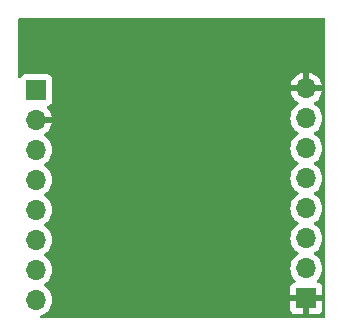
<source format=gbl>
G04 #@! TF.GenerationSoftware,KiCad,Pcbnew,8.0.1*
G04 #@! TF.CreationDate,2024-04-21T16:22:43+01:00*
G04 #@! TF.ProjectId,lora_adapter,6c6f7261-5f61-4646-9170-7465722e6b69,rev?*
G04 #@! TF.SameCoordinates,Original*
G04 #@! TF.FileFunction,Copper,L2,Bot*
G04 #@! TF.FilePolarity,Positive*
%FSLAX46Y46*%
G04 Gerber Fmt 4.6, Leading zero omitted, Abs format (unit mm)*
G04 Created by KiCad (PCBNEW 8.0.1) date 2024-04-21 16:22:43*
%MOMM*%
%LPD*%
G01*
G04 APERTURE LIST*
G04 #@! TA.AperFunction,ComponentPad*
%ADD10O,1.700000X1.700000*%
G04 #@! TD*
G04 #@! TA.AperFunction,ComponentPad*
%ADD11R,1.700000X1.700000*%
G04 #@! TD*
G04 APERTURE END LIST*
D10*
X91440000Y-88773000D03*
X91440000Y-91313000D03*
X91440000Y-93853000D03*
X91440000Y-96393000D03*
X91440000Y-98933000D03*
X91440000Y-101473000D03*
X91440000Y-104013000D03*
D11*
X91440000Y-106553000D03*
X68580000Y-88900000D03*
D10*
X68580000Y-91440000D03*
X68580000Y-93980000D03*
X68580000Y-96520000D03*
X68580000Y-99060000D03*
X68580000Y-101600000D03*
X68580000Y-104140000D03*
X68580000Y-106680000D03*
G04 #@! TA.AperFunction,Conductor*
G36*
X92990739Y-82841585D02*
G01*
X93036494Y-82894389D01*
X93047700Y-82945900D01*
X93047700Y-108087500D01*
X93028015Y-108154539D01*
X92975211Y-108200294D01*
X92923700Y-108211500D01*
X69024172Y-108211500D01*
X68957133Y-108191815D01*
X68911378Y-108139011D01*
X68901434Y-108069853D01*
X68930459Y-108006297D01*
X68989237Y-107968523D01*
X68992079Y-107967725D01*
X69026038Y-107958625D01*
X69043663Y-107953903D01*
X69257830Y-107854035D01*
X69451401Y-107718495D01*
X69618495Y-107551401D01*
X69754035Y-107357830D01*
X69853903Y-107143663D01*
X69915063Y-106915408D01*
X69935659Y-106680000D01*
X69915063Y-106444592D01*
X69853903Y-106216337D01*
X69754035Y-106002171D01*
X69618495Y-105808599D01*
X69618494Y-105808597D01*
X69451402Y-105641506D01*
X69451396Y-105641501D01*
X69265842Y-105511575D01*
X69222217Y-105456998D01*
X69215023Y-105387500D01*
X69246546Y-105325145D01*
X69265842Y-105308425D01*
X69429740Y-105193662D01*
X69451401Y-105178495D01*
X69618495Y-105011401D01*
X69754035Y-104817830D01*
X69853903Y-104603663D01*
X69915063Y-104375408D01*
X69935659Y-104140000D01*
X69924548Y-104013000D01*
X90084341Y-104013000D01*
X90104936Y-104248403D01*
X90104938Y-104248413D01*
X90166094Y-104476655D01*
X90166096Y-104476659D01*
X90166097Y-104476663D01*
X90201264Y-104552078D01*
X90265965Y-104690830D01*
X90265967Y-104690834D01*
X90354891Y-104817830D01*
X90401501Y-104884396D01*
X90401506Y-104884402D01*
X90523818Y-105006714D01*
X90557303Y-105068037D01*
X90552319Y-105137729D01*
X90510447Y-105193662D01*
X90479471Y-105210577D01*
X90347912Y-105259646D01*
X90347906Y-105259649D01*
X90232812Y-105345809D01*
X90232809Y-105345812D01*
X90146649Y-105460906D01*
X90146645Y-105460913D01*
X90096403Y-105595620D01*
X90096401Y-105595627D01*
X90090000Y-105655155D01*
X90090000Y-106303000D01*
X91006988Y-106303000D01*
X90974075Y-106360007D01*
X90940000Y-106487174D01*
X90940000Y-106618826D01*
X90974075Y-106745993D01*
X91006988Y-106803000D01*
X90090000Y-106803000D01*
X90090000Y-107450844D01*
X90096401Y-107510372D01*
X90096403Y-107510379D01*
X90146645Y-107645086D01*
X90146649Y-107645093D01*
X90232809Y-107760187D01*
X90232812Y-107760190D01*
X90347906Y-107846350D01*
X90347913Y-107846354D01*
X90482620Y-107896596D01*
X90482627Y-107896598D01*
X90542155Y-107902999D01*
X90542172Y-107903000D01*
X91190000Y-107903000D01*
X91190000Y-106986012D01*
X91247007Y-107018925D01*
X91374174Y-107053000D01*
X91505826Y-107053000D01*
X91632993Y-107018925D01*
X91690000Y-106986012D01*
X91690000Y-107903000D01*
X92337828Y-107903000D01*
X92337844Y-107902999D01*
X92397372Y-107896598D01*
X92397379Y-107896596D01*
X92532086Y-107846354D01*
X92532093Y-107846350D01*
X92647187Y-107760190D01*
X92647190Y-107760187D01*
X92733350Y-107645093D01*
X92733354Y-107645086D01*
X92783596Y-107510379D01*
X92783598Y-107510372D01*
X92789999Y-107450844D01*
X92790000Y-107450827D01*
X92790000Y-106803000D01*
X91873012Y-106803000D01*
X91905925Y-106745993D01*
X91940000Y-106618826D01*
X91940000Y-106487174D01*
X91905925Y-106360007D01*
X91873012Y-106303000D01*
X92790000Y-106303000D01*
X92790000Y-105655172D01*
X92789999Y-105655155D01*
X92783598Y-105595627D01*
X92783596Y-105595620D01*
X92733354Y-105460913D01*
X92733350Y-105460906D01*
X92647190Y-105345812D01*
X92647187Y-105345809D01*
X92532093Y-105259649D01*
X92532088Y-105259646D01*
X92400528Y-105210577D01*
X92344595Y-105168705D01*
X92320178Y-105103241D01*
X92335030Y-105034968D01*
X92356175Y-105006720D01*
X92478495Y-104884401D01*
X92614035Y-104690830D01*
X92713903Y-104476663D01*
X92775063Y-104248408D01*
X92795659Y-104013000D01*
X92775063Y-103777592D01*
X92713903Y-103549337D01*
X92614035Y-103335171D01*
X92478495Y-103141599D01*
X92478494Y-103141597D01*
X92311402Y-102974506D01*
X92311396Y-102974501D01*
X92125842Y-102844575D01*
X92082217Y-102789998D01*
X92075023Y-102720500D01*
X92106546Y-102658145D01*
X92125842Y-102641425D01*
X92148026Y-102625891D01*
X92311401Y-102511495D01*
X92478495Y-102344401D01*
X92614035Y-102150830D01*
X92713903Y-101936663D01*
X92775063Y-101708408D01*
X92795659Y-101473000D01*
X92775063Y-101237592D01*
X92713903Y-101009337D01*
X92614035Y-100795171D01*
X92478495Y-100601599D01*
X92478494Y-100601597D01*
X92311402Y-100434506D01*
X92311396Y-100434501D01*
X92125842Y-100304575D01*
X92082217Y-100249998D01*
X92075023Y-100180500D01*
X92106546Y-100118145D01*
X92125842Y-100101425D01*
X92148026Y-100085891D01*
X92311401Y-99971495D01*
X92478495Y-99804401D01*
X92614035Y-99610830D01*
X92713903Y-99396663D01*
X92775063Y-99168408D01*
X92795659Y-98933000D01*
X92775063Y-98697592D01*
X92713903Y-98469337D01*
X92614035Y-98255171D01*
X92478495Y-98061599D01*
X92478494Y-98061597D01*
X92311402Y-97894506D01*
X92311396Y-97894501D01*
X92125842Y-97764575D01*
X92082217Y-97709998D01*
X92075023Y-97640500D01*
X92106546Y-97578145D01*
X92125842Y-97561425D01*
X92148026Y-97545891D01*
X92311401Y-97431495D01*
X92478495Y-97264401D01*
X92614035Y-97070830D01*
X92713903Y-96856663D01*
X92775063Y-96628408D01*
X92795659Y-96393000D01*
X92775063Y-96157592D01*
X92713903Y-95929337D01*
X92614035Y-95715171D01*
X92478495Y-95521599D01*
X92478494Y-95521597D01*
X92311402Y-95354506D01*
X92311396Y-95354501D01*
X92125842Y-95224575D01*
X92082217Y-95169998D01*
X92075023Y-95100500D01*
X92106546Y-95038145D01*
X92125842Y-95021425D01*
X92148026Y-95005891D01*
X92311401Y-94891495D01*
X92478495Y-94724401D01*
X92614035Y-94530830D01*
X92713903Y-94316663D01*
X92775063Y-94088408D01*
X92795659Y-93853000D01*
X92775063Y-93617592D01*
X92713903Y-93389337D01*
X92614035Y-93175171D01*
X92478495Y-92981599D01*
X92478494Y-92981597D01*
X92311402Y-92814506D01*
X92311396Y-92814501D01*
X92125842Y-92684575D01*
X92082217Y-92629998D01*
X92075023Y-92560500D01*
X92106546Y-92498145D01*
X92125842Y-92481425D01*
X92148026Y-92465891D01*
X92311401Y-92351495D01*
X92478495Y-92184401D01*
X92614035Y-91990830D01*
X92713903Y-91776663D01*
X92775063Y-91548408D01*
X92795659Y-91313000D01*
X92775063Y-91077592D01*
X92713903Y-90849337D01*
X92614035Y-90635171D01*
X92482183Y-90446865D01*
X92478494Y-90441597D01*
X92311402Y-90274506D01*
X92311401Y-90274505D01*
X92125405Y-90144269D01*
X92081781Y-90089692D01*
X92074588Y-90020193D01*
X92106110Y-89957839D01*
X92125405Y-89941119D01*
X92311082Y-89811105D01*
X92478105Y-89644082D01*
X92613600Y-89450578D01*
X92713429Y-89236492D01*
X92713432Y-89236486D01*
X92770636Y-89023000D01*
X91873012Y-89023000D01*
X91905925Y-88965993D01*
X91940000Y-88838826D01*
X91940000Y-88707174D01*
X91905925Y-88580007D01*
X91873012Y-88523000D01*
X92770636Y-88523000D01*
X92770635Y-88522999D01*
X92713432Y-88309513D01*
X92713429Y-88309507D01*
X92613600Y-88095422D01*
X92613599Y-88095420D01*
X92478113Y-87901926D01*
X92478108Y-87901920D01*
X92311082Y-87734894D01*
X92117578Y-87599399D01*
X91903492Y-87499570D01*
X91903486Y-87499567D01*
X91690000Y-87442364D01*
X91690000Y-88339988D01*
X91632993Y-88307075D01*
X91505826Y-88273000D01*
X91374174Y-88273000D01*
X91247007Y-88307075D01*
X91190000Y-88339988D01*
X91190000Y-87442364D01*
X91189999Y-87442364D01*
X90976513Y-87499567D01*
X90976507Y-87499570D01*
X90762422Y-87599399D01*
X90762420Y-87599400D01*
X90568926Y-87734886D01*
X90568920Y-87734891D01*
X90401891Y-87901920D01*
X90401886Y-87901926D01*
X90266400Y-88095420D01*
X90266399Y-88095422D01*
X90166570Y-88309507D01*
X90166567Y-88309513D01*
X90109364Y-88522999D01*
X90109364Y-88523000D01*
X91006988Y-88523000D01*
X90974075Y-88580007D01*
X90940000Y-88707174D01*
X90940000Y-88838826D01*
X90974075Y-88965993D01*
X91006988Y-89023000D01*
X90109364Y-89023000D01*
X90166567Y-89236486D01*
X90166570Y-89236492D01*
X90266399Y-89450578D01*
X90401894Y-89644082D01*
X90568917Y-89811105D01*
X90754595Y-89941119D01*
X90798219Y-89995696D01*
X90805412Y-90065195D01*
X90773890Y-90127549D01*
X90754595Y-90144269D01*
X90568594Y-90274508D01*
X90401505Y-90441597D01*
X90265965Y-90635169D01*
X90265964Y-90635171D01*
X90166098Y-90849335D01*
X90166094Y-90849344D01*
X90104938Y-91077586D01*
X90104936Y-91077596D01*
X90084341Y-91312999D01*
X90084341Y-91313000D01*
X90104936Y-91548403D01*
X90104938Y-91548413D01*
X90166094Y-91776655D01*
X90166096Y-91776659D01*
X90166097Y-91776663D01*
X90225236Y-91903486D01*
X90265965Y-91990830D01*
X90265967Y-91990834D01*
X90401501Y-92184395D01*
X90401506Y-92184402D01*
X90568597Y-92351493D01*
X90568603Y-92351498D01*
X90754158Y-92481425D01*
X90797783Y-92536002D01*
X90804977Y-92605500D01*
X90773454Y-92667855D01*
X90754158Y-92684575D01*
X90568597Y-92814505D01*
X90401505Y-92981597D01*
X90265965Y-93175169D01*
X90265964Y-93175171D01*
X90166098Y-93389335D01*
X90166094Y-93389344D01*
X90104938Y-93617586D01*
X90104936Y-93617596D01*
X90084341Y-93852999D01*
X90084341Y-93853000D01*
X90104936Y-94088403D01*
X90104938Y-94088413D01*
X90166094Y-94316655D01*
X90166096Y-94316659D01*
X90166097Y-94316663D01*
X90201264Y-94392078D01*
X90265965Y-94530830D01*
X90265967Y-94530834D01*
X90401501Y-94724395D01*
X90401506Y-94724402D01*
X90568597Y-94891493D01*
X90568603Y-94891498D01*
X90754158Y-95021425D01*
X90797783Y-95076002D01*
X90804977Y-95145500D01*
X90773454Y-95207855D01*
X90754158Y-95224575D01*
X90568597Y-95354505D01*
X90401505Y-95521597D01*
X90265965Y-95715169D01*
X90265964Y-95715171D01*
X90166098Y-95929335D01*
X90166094Y-95929344D01*
X90104938Y-96157586D01*
X90104936Y-96157596D01*
X90084341Y-96392999D01*
X90084341Y-96393000D01*
X90104936Y-96628403D01*
X90104938Y-96628413D01*
X90166094Y-96856655D01*
X90166096Y-96856659D01*
X90166097Y-96856663D01*
X90201264Y-96932078D01*
X90265965Y-97070830D01*
X90265967Y-97070834D01*
X90401501Y-97264395D01*
X90401506Y-97264402D01*
X90568597Y-97431493D01*
X90568603Y-97431498D01*
X90754158Y-97561425D01*
X90797783Y-97616002D01*
X90804977Y-97685500D01*
X90773454Y-97747855D01*
X90754158Y-97764575D01*
X90568597Y-97894505D01*
X90401505Y-98061597D01*
X90265965Y-98255169D01*
X90265964Y-98255171D01*
X90166098Y-98469335D01*
X90166094Y-98469344D01*
X90104938Y-98697586D01*
X90104936Y-98697596D01*
X90084341Y-98932999D01*
X90084341Y-98933000D01*
X90104936Y-99168403D01*
X90104938Y-99168413D01*
X90166094Y-99396655D01*
X90166096Y-99396659D01*
X90166097Y-99396663D01*
X90201264Y-99472078D01*
X90265965Y-99610830D01*
X90265967Y-99610834D01*
X90401501Y-99804395D01*
X90401506Y-99804402D01*
X90568597Y-99971493D01*
X90568603Y-99971498D01*
X90754158Y-100101425D01*
X90797783Y-100156002D01*
X90804977Y-100225500D01*
X90773454Y-100287855D01*
X90754158Y-100304575D01*
X90568597Y-100434505D01*
X90401505Y-100601597D01*
X90265965Y-100795169D01*
X90265964Y-100795171D01*
X90166098Y-101009335D01*
X90166094Y-101009344D01*
X90104938Y-101237586D01*
X90104936Y-101237596D01*
X90084341Y-101472999D01*
X90084341Y-101473000D01*
X90104936Y-101708403D01*
X90104938Y-101708413D01*
X90166094Y-101936655D01*
X90166096Y-101936659D01*
X90166097Y-101936663D01*
X90201264Y-102012078D01*
X90265965Y-102150830D01*
X90265967Y-102150834D01*
X90401501Y-102344395D01*
X90401506Y-102344402D01*
X90568597Y-102511493D01*
X90568603Y-102511498D01*
X90754158Y-102641425D01*
X90797783Y-102696002D01*
X90804977Y-102765500D01*
X90773454Y-102827855D01*
X90754158Y-102844575D01*
X90568597Y-102974505D01*
X90401505Y-103141597D01*
X90265965Y-103335169D01*
X90265964Y-103335171D01*
X90166098Y-103549335D01*
X90166094Y-103549344D01*
X90104938Y-103777586D01*
X90104936Y-103777596D01*
X90084341Y-104012999D01*
X90084341Y-104013000D01*
X69924548Y-104013000D01*
X69915063Y-103904592D01*
X69853903Y-103676337D01*
X69754035Y-103462171D01*
X69618495Y-103268599D01*
X69618494Y-103268597D01*
X69451402Y-103101506D01*
X69451396Y-103101501D01*
X69265842Y-102971575D01*
X69222217Y-102916998D01*
X69215023Y-102847500D01*
X69246546Y-102785145D01*
X69265842Y-102768425D01*
X69288026Y-102752891D01*
X69451401Y-102638495D01*
X69618495Y-102471401D01*
X69754035Y-102277830D01*
X69853903Y-102063663D01*
X69915063Y-101835408D01*
X69935659Y-101600000D01*
X69915063Y-101364592D01*
X69853903Y-101136337D01*
X69754035Y-100922171D01*
X69618495Y-100728599D01*
X69618494Y-100728597D01*
X69451402Y-100561506D01*
X69451396Y-100561501D01*
X69265842Y-100431575D01*
X69222217Y-100376998D01*
X69215023Y-100307500D01*
X69246546Y-100245145D01*
X69265842Y-100228425D01*
X69288026Y-100212891D01*
X69451401Y-100098495D01*
X69618495Y-99931401D01*
X69754035Y-99737830D01*
X69853903Y-99523663D01*
X69915063Y-99295408D01*
X69935659Y-99060000D01*
X69915063Y-98824592D01*
X69853903Y-98596337D01*
X69754035Y-98382171D01*
X69618495Y-98188599D01*
X69618494Y-98188597D01*
X69451402Y-98021506D01*
X69451396Y-98021501D01*
X69265842Y-97891575D01*
X69222217Y-97836998D01*
X69215023Y-97767500D01*
X69246546Y-97705145D01*
X69265842Y-97688425D01*
X69288026Y-97672891D01*
X69451401Y-97558495D01*
X69618495Y-97391401D01*
X69754035Y-97197830D01*
X69853903Y-96983663D01*
X69915063Y-96755408D01*
X69935659Y-96520000D01*
X69915063Y-96284592D01*
X69853903Y-96056337D01*
X69754035Y-95842171D01*
X69618495Y-95648599D01*
X69618494Y-95648597D01*
X69451402Y-95481506D01*
X69451396Y-95481501D01*
X69265842Y-95351575D01*
X69222217Y-95296998D01*
X69215023Y-95227500D01*
X69246546Y-95165145D01*
X69265842Y-95148425D01*
X69288026Y-95132891D01*
X69451401Y-95018495D01*
X69618495Y-94851401D01*
X69754035Y-94657830D01*
X69853903Y-94443663D01*
X69915063Y-94215408D01*
X69935659Y-93980000D01*
X69915063Y-93744592D01*
X69853903Y-93516337D01*
X69754035Y-93302171D01*
X69618495Y-93108599D01*
X69618494Y-93108597D01*
X69451402Y-92941506D01*
X69451401Y-92941505D01*
X69265405Y-92811269D01*
X69221781Y-92756692D01*
X69214588Y-92687193D01*
X69246110Y-92624839D01*
X69265405Y-92608119D01*
X69451082Y-92478105D01*
X69618105Y-92311082D01*
X69753600Y-92117578D01*
X69853429Y-91903492D01*
X69853432Y-91903486D01*
X69910636Y-91690000D01*
X69013012Y-91690000D01*
X69045925Y-91632993D01*
X69080000Y-91505826D01*
X69080000Y-91374174D01*
X69045925Y-91247007D01*
X69013012Y-91190000D01*
X69910636Y-91190000D01*
X69910635Y-91189999D01*
X69853432Y-90976513D01*
X69853429Y-90976507D01*
X69753600Y-90762422D01*
X69753599Y-90762420D01*
X69618113Y-90568926D01*
X69618108Y-90568920D01*
X69496053Y-90446865D01*
X69462568Y-90385542D01*
X69467552Y-90315850D01*
X69509424Y-90259917D01*
X69540400Y-90243002D01*
X69672331Y-90193796D01*
X69787546Y-90107546D01*
X69873796Y-89992331D01*
X69924091Y-89857483D01*
X69930500Y-89797873D01*
X69930499Y-88002128D01*
X69924091Y-87942517D01*
X69908949Y-87901920D01*
X69873797Y-87807671D01*
X69873793Y-87807664D01*
X69787547Y-87692455D01*
X69787544Y-87692452D01*
X69672335Y-87606206D01*
X69672328Y-87606202D01*
X69537482Y-87555908D01*
X69537483Y-87555908D01*
X69477883Y-87549501D01*
X69477881Y-87549500D01*
X69477873Y-87549500D01*
X69477864Y-87549500D01*
X67682129Y-87549500D01*
X67682123Y-87549501D01*
X67622516Y-87555908D01*
X67487671Y-87606202D01*
X67487664Y-87606206D01*
X67372455Y-87692452D01*
X67372452Y-87692455D01*
X67286206Y-87807664D01*
X67281953Y-87815454D01*
X67279064Y-87813876D01*
X67246792Y-87856971D01*
X67181323Y-87881376D01*
X67113052Y-87866511D01*
X67063657Y-87817096D01*
X67048500Y-87757690D01*
X67048500Y-82945900D01*
X67068185Y-82878861D01*
X67120989Y-82833106D01*
X67172500Y-82821900D01*
X92923700Y-82821900D01*
X92990739Y-82841585D01*
G37*
G04 #@! TD.AperFunction*
M02*

</source>
